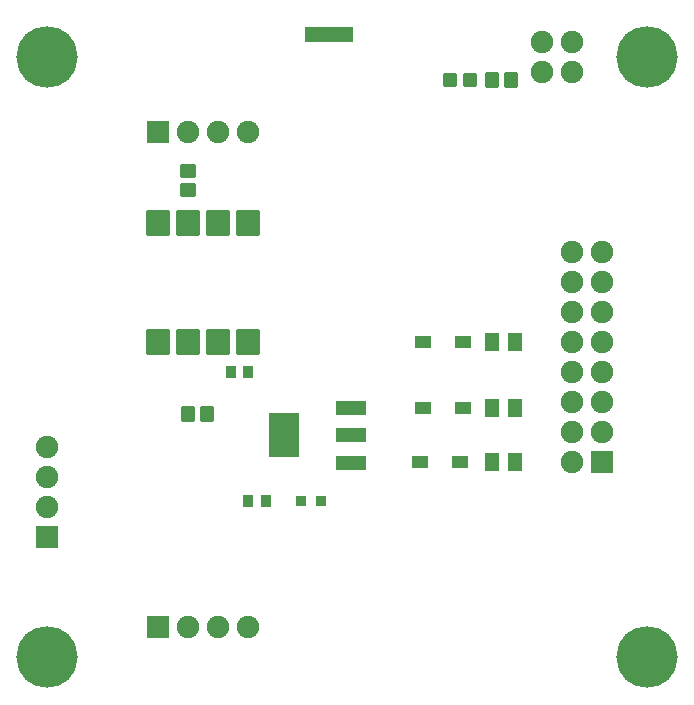
<source format=gts>
G04 Layer: TopSolderMaskLayer*
G04 EasyEDA v6.5.34, 2023-08-21 18:11:39*
G04 3c53056fde0748dba5be5e51cb54a096,5a6b42c53f6a479593ecc07194224c93,10*
G04 Gerber Generator version 0.2*
G04 Scale: 100 percent, Rotated: No, Reflected: No *
G04 Dimensions in millimeters *
G04 leading zeros omitted , absolute positions ,4 integer and 5 decimal *
%FSLAX45Y45*%
%MOMM*%

%AMMACRO1*1,1,$1,$2,$3*1,1,$1,$4,$5*1,1,$1,0-$2,0-$3*1,1,$1,0-$4,0-$5*20,1,$1,$2,$3,$4,$5,0*20,1,$1,$4,$5,0-$2,0-$3,0*20,1,$1,0-$2,0-$3,0-$4,0-$5,0*20,1,$1,0-$4,0-$5,$2,$3,0*4,1,4,$2,$3,$4,$5,0-$2,0-$3,0-$4,0-$5,$2,$3,0*%
%ADD10MACRO1,0.1016X0.4X-0.45X-0.4X-0.45*%
%ADD11C,1.9016*%
%ADD12MACRO1,0.1016X-0.85X0.9X-0.85X-0.9*%
%ADD13MACRO1,0.1016X-0.4032X-0.432X-0.4032X0.432*%
%ADD14MACRO1,0.1016X0.4032X-0.432X0.4032X0.432*%
%ADD15MACRO1,0.1016X0.4X0.4X0.4X-0.4*%
%ADD16MACRO1,0.2032X-0.5X0.55X0.5X0.55*%
%ADD17MACRO1,0.1016X0.9X0.85X-0.9X0.85*%
%ADD18MACRO1,0.2032X-0.55X-0.5X-0.55X0.5*%
%ADD19MACRO1,0.2032X0.5X-0.55X-0.5X-0.55*%
%ADD20MACRO1,0.2032X-0.45X-0.5X-0.45X0.5*%
%ADD21MACRO1,0.1016X-0.5663X0.6885X-0.5663X-0.6885*%
%ADD22MACRO1,0.1016X0.5663X0.6885X0.5663X-0.6885*%
%ADD23MACRO1,0.1016X0.6X-0.475X-0.6X-0.475*%
%ADD24MACRO1,0.1016X-0.6X0.475X0.6X0.475*%
%ADD25MACRO1,0.1016X1.2325X-0.525X1.2325X0.525*%
%ADD26MACRO1,0.1016X1.2325X1.77X1.2325X-1.77*%
%ADD27MACRO1,0.2032X0.9X-1X-0.9X-1*%
%ADD28MACRO1,0.2032X-0.8999X1X0.8999X1*%
%ADD29MACRO1,0.2032X-0.9X1X0.9X1*%
%ADD30MACRO1,0.1016X-0.9X-0.9X-0.9X0.9*%
%ADD31C,5.2032*%

%LPD*%
D10*
G01*
X1936595Y2793994D03*
G01*
X2076594Y2793994D03*
D11*
G01*
X381000Y2159000D03*
D12*
G01*
X381001Y1396997D03*
D11*
G01*
X381000Y1651000D03*
G01*
X381000Y1905000D03*
D13*
G01*
X2234319Y1701797D03*
D14*
G01*
X2083669Y1701797D03*
D15*
G01*
X2531104Y1701797D03*
G01*
X2701284Y1701797D03*
D16*
G01*
X1571005Y2438394D03*
G01*
X1731004Y2438394D03*
D11*
G01*
X2082749Y635000D03*
D17*
G01*
X1320797Y634996D03*
D11*
G01*
X1574800Y635000D03*
G01*
X1828800Y635000D03*
G01*
X2082749Y4825974D03*
D17*
G01*
X1320797Y4825975D03*
D11*
G01*
X1574800Y4825974D03*
G01*
X1828800Y4825974D03*
D18*
G01*
X1574797Y4339600D03*
G01*
X1574797Y4499599D03*
D19*
G01*
X4149087Y5270500D03*
G01*
X4309092Y5270500D03*
D20*
G01*
X3788486Y5270492D03*
G01*
X3958485Y5270492D03*
D21*
G01*
X4338419Y2031991D03*
D22*
G01*
X4145165Y2031991D03*
D23*
G01*
X3538387Y2031994D03*
G01*
X3878394Y2031994D03*
D21*
G01*
X4338419Y3047991D03*
D22*
G01*
X4145165Y3047991D03*
D21*
G01*
X4338419Y2489191D03*
D22*
G01*
X4145165Y2489191D03*
D24*
G01*
X3903797Y3047994D03*
G01*
X3563792Y3047994D03*
G01*
X3903797Y2489194D03*
G01*
X3563792Y2489194D03*
D25*
G01*
X2952744Y2030595D03*
G01*
X2952744Y2260594D03*
G01*
X2952744Y2490594D03*
D26*
G01*
X2381244Y2260594D03*
D27*
G01*
X2082797Y4055991D03*
G01*
X1828797Y4055991D03*
G01*
X1574797Y4055991D03*
D28*
G01*
X1320811Y4055991D03*
D29*
G01*
X1828797Y3055994D03*
G01*
X2082797Y3055994D03*
D28*
G01*
X1320811Y3055994D03*
D29*
G01*
X1574797Y3055994D03*
D30*
G01*
X5079989Y2031994D03*
D11*
G01*
X4826000Y2032000D03*
G01*
X5080000Y2286000D03*
G01*
X4826000Y2286000D03*
G01*
X5080000Y2540000D03*
G01*
X4826000Y2540000D03*
G01*
X5080000Y2794000D03*
G01*
X4826000Y2794000D03*
G01*
X5080000Y3048000D03*
G01*
X4826000Y3048000D03*
G01*
X5080000Y3302000D03*
G01*
X4826000Y3302000D03*
G01*
X5080000Y3556000D03*
G01*
X4826000Y3556000D03*
G01*
X5080000Y3810000D03*
G01*
X4826000Y3810000D03*
D31*
G01*
X381000Y5461000D03*
G01*
X5461000Y5461000D03*
G01*
X5461000Y381000D03*
G01*
X381000Y381000D03*
D11*
G01*
X4826000Y5588000D03*
G01*
X4826000Y5334000D03*
G01*
X4572000Y5334000D03*
G01*
X4572000Y5588000D03*
G36*
X2565400Y5715000D02*
G01*
X2971800Y5715000D01*
X2971800Y5588000D01*
X2565400Y5588000D01*
G37*
M02*

</source>
